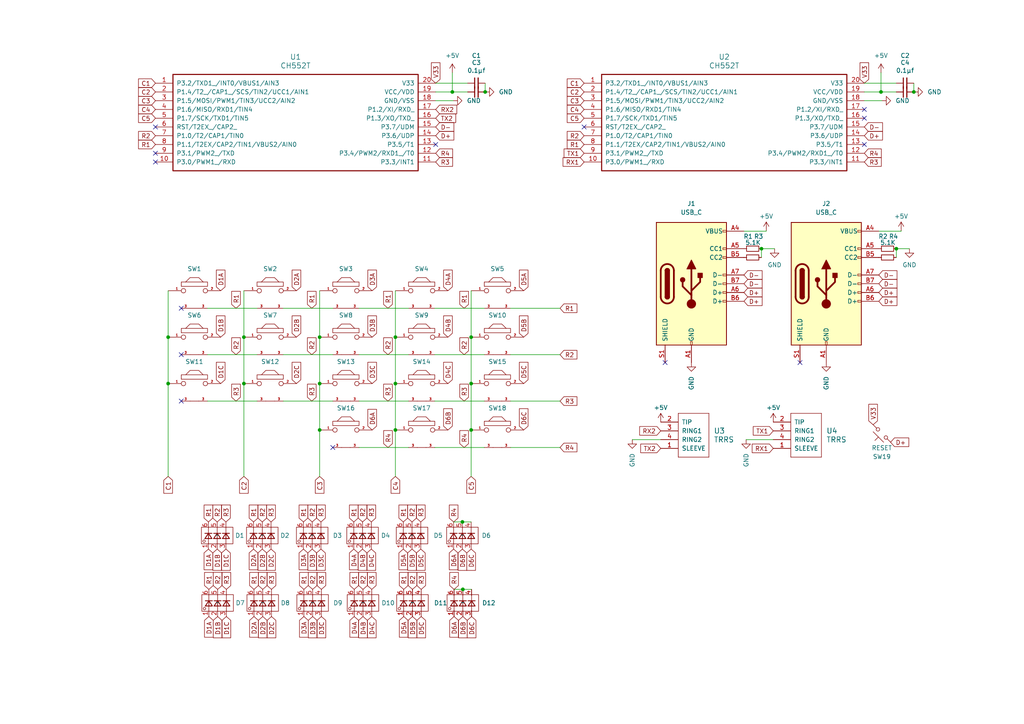
<source format=kicad_sch>
(kicad_sch (version 20230121) (generator eeschema)
  (paper "A4")
  (lib_symbols
    (symbol "Cherry-ML:LBAS16TW1T1G"
      (property "Reference" "D" (at 0 1.016 0))
      (symbol "LBAS16TW1T1G_0_1"
        (rectangle (start -4.572 3.302) (end 4.572 -1.524))
        (circle (center -3.81 -0.762) (radius 0.3592))
        (polyline (pts (xy -3.556 1.524) (xy -1.524 1.524)) (stroke (width 0.254)))
        (polyline (pts (xy -2.54 -1.27) (xy -2.54 3.048)))
        (polyline (pts (xy -2.54 1.524) (xy -2.54 0)))
        (polyline (pts (xy -1.016 1.524) (xy 1.016 1.524)) (stroke (width 0.254)))
        (polyline (pts (xy 0 1.524) (xy 0 0)))
        (polyline (pts (xy 0 3.048) (xy 0 -1.27)))
        (polyline (pts (xy 1.524 1.524) (xy 3.556 1.524)) (stroke (width 0.254)))
        (polyline (pts (xy 2.54 -1.27) (xy 2.54 3.048)))
        (polyline (pts (xy 2.54 1.524) (xy 2.54 0)))
        (polyline (pts (xy -3.556 0) (xy -2.54 1.524) (xy -1.524 0) (xy -3.556 0)) (stroke (width 0.254)))
        (polyline (pts (xy -1.016 0) (xy 0 1.524) (xy 1.016 0) (xy -1.016 0)) (stroke (width 0.254)))
        (polyline (pts (xy 1.524 0) (xy 2.54 1.524) (xy 3.556 0) (xy 1.524 0)) (stroke (width 0.254)))
      )
      (symbol "LBAS16TW1T1G_1_1"
        (pin passive line (at -2.54 -3.048 90) (length 1.778) (name "") (number "1"))
        (pin passive line (at 0 -3.048 90) (length 1.778) (name "") (number "2"))
        (pin passive line (at 2.54 -3.048 90) (length 1.778) (name "") (number "3"))
        (pin passive line (at 2.54 4.826 270) (length 1.778) (name "") (number "4"))
        (pin passive line (at 0 4.826 270) (length 1.778) (name "") (number "5"))
        (pin passive line (at -2.54 4.826 270) (length 1.778) (name "") (number "6"))
      )
    )
    (symbol "Cherry-ML:ML" (pin_names (offset 1.016))
      (property "Reference" "SW" (at 0 5.08 0))
      (symbol "ML_0_1"
        (polyline (pts (xy 1.27 -5.08) (xy -1.27 -5.08)))
        (polyline (pts (xy -2.54 2.54) (xy -1.27 3.81) (xy 1.27 3.81) (xy 2.54 2.54)))
        (polyline (pts (xy -3.81 1.27) (xy 3.81 1.27) (xy 3.81 2.54) (xy -3.81 2.54) (xy -3.81 1.27)))
      )
      (symbol "ML_1_1"
        (pin input inverted (at -7.62 0 0) (length 5.08) (name "~") (number "1"))
        (pin input inverted (at 7.62 0 180) (length 5.08) (name "~") (number "2"))
        (pin input line (at -3.81 -5.08 0) (length 2.54) (name "~") (number "3"))
        (pin input line (at 3.81 -5.08 180) (length 2.54) (name "~") (number "3"))
      )
    )
    (symbol "Connector:USB_C_Receptacle_USB2.0_14P" (pin_names (offset 1.016))
      (property "Reference" "J" (at 0 22.225 0))
      (property "Value" "USB_C_Receptacle_USB2.0_14P" (at 0 19.685 0))
      (symbol "USB_C_Receptacle_USB2.0_14P_0_0"
        (rectangle (start -0.254 -17.78) (end 0.254 -16.764))
        (rectangle (start 10.16 -4.826) (end 9.144 -5.334))
        (rectangle (start 10.16 -2.286) (end 9.144 -2.794))
        (rectangle (start 10.16 0.254) (end 9.144 -0.254))
        (rectangle (start 10.16 2.794) (end 9.144 2.286))
        (rectangle (start 10.16 7.874) (end 9.144 7.366))
        (rectangle (start 10.16 10.414) (end 9.144 9.906))
        (rectangle (start 10.16 15.494) (end 9.144 14.986))
      )
      (symbol "USB_C_Receptacle_USB2.0_14P_0_1"
        (rectangle (start -10.16 17.78) (end 10.16 -17.78) (stroke (width 0.254)) (fill (type background)))
        (arc (start -8.89 -3.81) (mid -6.985 -5.7067) (end -5.08 -3.81) (stroke (width 0.508)))
        (arc (start -7.62 -3.81) (mid -6.985 -4.4423) (end -6.35 -3.81) (stroke (width 0.254)))
        (arc (start -7.62 -3.81) (mid -6.985 -4.4423) (end -6.35 -3.81) (stroke (width 0.254)) (fill (type outline)))
        (rectangle (start -7.62 -3.81) (end -6.35 3.81) (stroke (width 0.254)) (fill (type outline)))
        (arc (start -6.35 3.81) (mid -6.985 4.4423) (end -7.62 3.81) (stroke (width 0.254)))
        (arc (start -6.35 3.81) (mid -6.985 4.4423) (end -7.62 3.81) (stroke (width 0.254)) (fill (type outline)))
        (arc (start -5.08 3.81) (mid -6.985 5.7067) (end -8.89 3.81) (stroke (width 0.508)))
        (circle (center -2.54 1.143) (radius 0.635) (stroke (width 0.254)) (fill (type outline)))
        (circle (center 0 -5.842) (radius 1.27) (fill (type outline)))
        (polyline (pts (xy -8.89 -3.81) (xy -8.89 3.81)) (stroke (width 0.508)))
        (polyline (pts (xy -5.08 3.81) (xy -5.08 -3.81)) (stroke (width 0.508)))
        (polyline (pts (xy 0 -5.842) (xy 0 4.318)) (stroke (width 0.508)))
        (polyline (pts (xy 0 -3.302) (xy -2.54 -0.762) (xy -2.54 0.508)) (stroke (width 0.508)))
        (polyline (pts (xy 0 -2.032) (xy 2.54 0.508) (xy 2.54 1.778)) (stroke (width 0.508)))
        (polyline (pts (xy -1.27 4.318) (xy 0 6.858) (xy 1.27 4.318) (xy -1.27 4.318)) (stroke (width 0.254)) (fill (type outline)))
        (rectangle (start 1.905 1.778) (end 3.175 3.048) (stroke (width 0.254)) (fill (type outline)))
      )
      (symbol "USB_C_Receptacle_USB2.0_14P_1_1"
        (pin passive line (at 0 -22.86 90) (length 5.08) (name "GND") (number "A1"))
        (pin passive line (at 0 -22.86 90) (length 5.08) hide (name "GND") (number "A12"))
        (pin passive line (at 15.24 15.24 180) (length 5.08) (name "VBUS") (number "A4"))
        (pin bidirectional line (at 15.24 10.16 180) (length 5.08) (name "CC1") (number "A5"))
        (pin bidirectional line (at 15.24 -2.54 180) (length 5.08) (name "D+") (number "A6"))
        (pin bidirectional line (at 15.24 2.54 180) (length 5.08) (name "D-") (number "A7"))
        (pin passive line (at 15.24 15.24 180) (length 5.08) hide (name "VBUS") (number "A9"))
        (pin passive line (at 0 -22.86 90) (length 5.08) hide (name "GND") (number "B1"))
        (pin passive line (at 0 -22.86 90) (length 5.08) hide (name "GND") (number "B12"))
        (pin passive line (at 15.24 15.24 180) (length 5.08) hide (name "VBUS") (number "B4"))
        (pin bidirectional line (at 15.24 7.62 180) (length 5.08) (name "CC2") (number "B5"))
        (pin bidirectional line (at 15.24 -5.08 180) (length 5.08) (name "D+") (number "B6"))
        (pin bidirectional line (at 15.24 0 180) (length 5.08) (name "D-") (number "B7"))
        (pin passive line (at 15.24 15.24 180) (length 5.08) hide (name "VBUS") (number "B9"))
        (pin passive line (at -7.62 -22.86 90) (length 5.08) (name "SHIELD") (number "S1"))
      )
    )
    (symbol "Device:C_Small" (pin_numbers hide) (pin_names (offset 0.254) hide)
      (property "Reference" "C" (at 0.254 1.778 0))
      (property "Value" "C_Small" (at 0.254 -2.032 0))
      (symbol "C_Small_0_1"
        (polyline (pts (xy -1.524 -0.508) (xy 1.524 -0.508)) (stroke (width 0.3302)))
        (polyline (pts (xy -1.524 0.508) (xy 1.524 0.508)) (stroke (width 0.3048)))
      )
      (symbol "C_Small_1_1"
        (pin passive line (at 0 2.54 270) (length 2.032) (name "~") (number "1"))
        (pin passive line (at 0 -2.54 90) (length 2.032) (name "~") (number "2"))
      )
    )
    (symbol "Device:R_Small" (pin_numbers hide) (pin_names (offset 0.254) hide)
      (property "Reference" "R" (at 0.762 0.508 0))
      (property "Value" "R_Small" (at 0.762 -1.016 0))
      (symbol "R_Small_0_1"
        (rectangle (start -0.762 1.778) (end 0.762 -1.778) (stroke (width 0.2032)))
      )
      (symbol "R_Small_1_1"
        (pin passive line (at 0 2.54 270) (length 0.762) (name "~") (number "1"))
        (pin passive line (at 0 -2.54 90) (length 0.762) (name "~") (number "2"))
      )
    )
    (symbol "Switch:SW_Push_45deg" (pin_numbers hide) (pin_names (offset 1.016) hide)
      (property "Reference" "SW" (at 3.048 1.016 0))
      (property "Value" "SW_Push_45deg" (at 0 -3.81 0))
      (symbol "SW_Push_45deg_0_1"
        (circle (center -1.1684 1.1684) (radius 0.508))
        (polyline (pts (xy -0.508 2.54) (xy 2.54 -0.508)))
        (polyline (pts (xy 1.016 1.016) (xy 2.032 2.032)))
        (polyline (pts (xy -2.54 2.54) (xy -1.524 1.524) (xy -1.524 1.524)))
        (polyline (pts (xy 1.524 -1.524) (xy 2.54 -2.54) (xy 2.54 -2.54) (xy 2.54 -2.54)))
        (circle (center 1.143 -1.1938) (radius 0.508))
        (pin passive line (at -2.54 2.54 0) (length 0) (name "1") (number "1"))
        (pin passive line (at 2.54 -2.54 180) (length 0) (name "2") (number "2"))
      )
    )
    (symbol "keebio:TRRS" (pin_names (offset 1.016))
      (property "Reference" "U" (at 0 15.24 0))
      (property "Value" "TRRS" (at 0 -2.54 0))
      (symbol "TRRS_0_1"
        (rectangle (start -3.81 0) (end -3.81 12.7))
        (rectangle (start -3.81 12.7) (end 5.08 12.7))
        (rectangle (start 5.08 0) (end -3.81 0))
        (rectangle (start 5.08 12.7) (end 5.08 0))
      )
      (symbol "TRRS_1_1"
        (pin input line (at -8.89 2.54 0) (length 5.08) (name "SLEEVE") (number "1"))
        (pin input line (at -8.89 10.16 0) (length 5.08) (name "TIP") (number "2"))
        (pin input line (at -8.89 7.62 0) (length 5.08) (name "RING1") (number "3"))
        (pin input line (at -8.89 5.08 0) (length 5.08) (name "RING2") (number "4"))
      )
    )
    (symbol "power:+5V" (power) (pin_names (offset 0))
      (property "Value" "+5V" (at 0 3.556 0))
      (symbol "+5V_0_1"
        (polyline (pts (xy -0.762 1.27) (xy 0 2.54)))
        (polyline (pts (xy 0 0) (xy 0 2.54)))
        (polyline (pts (xy 0 2.54) (xy 0.762 1.27)))
      )
      (symbol "+5V_1_1"
        (pin power_in line (at 0 0 90) (length 0) hide (name "+5V") (number "1"))
      )
    )
    (symbol "power:GND" (power) (pin_names (offset 0))
      (property "Value" "GND" (at 0 -3.81 0))
      (symbol "GND_0_1"
        (polyline (pts (xy 0 0) (xy 0 -1.27) (xy 1.27 -1.27) (xy 0 -2.54) (xy -1.27 -1.27) (xy 0 -1.27)))
      )
      (symbol "GND_1_1"
        (pin power_in line (at 0 0 270) (length 0) hide (name "GND") (number "1"))
      )
    )
    (symbol "wch:CH552T" (pin_names (offset 1.016))
      (property "Reference" "U" (at 5.08 6.35 0))
      (property "Value" "CH552T" (at 5.08 3.81 0))
      (symbol "CH552T_1_1"
        (rectangle (start 5.08 2.54) (end 76.2 -25.4) (stroke (width 0.3048)))
        (pin bidirectional line (at 0 0 0) (length 5.08) (name "P3.2/TXD1_/INT0/VBUS1/AIN3") (number "1"))
        (pin bidirectional line (at 0 -22.86 0) (length 5.08) (name "P3.0/PWM1_/RXD") (number "10"))
        (pin bidirectional line (at 81.28 -22.86 180) (length 5.08) (name "P3.3/INT1") (number "11"))
        (pin bidirectional line (at 81.28 -20.32 180) (length 5.08) (name "P3.4/PWM2/RXD1_/T0") (number "12"))
        (pin bidirectional line (at 81.28 -17.78 180) (length 5.08) (name "P3.5/T1") (number "13"))
        (pin bidirectional line (at 81.28 -15.24 180) (length 5.08) (name "P3.6/UDP") (number "14"))
        (pin bidirectional line (at 81.28 -12.7 180) (length 5.08) (name "P3.7/UDM") (number "15"))
        (pin bidirectional line (at 81.28 -10.16 180) (length 5.08) (name "P1.3/XO/TXD_") (number "16"))
        (pin bidirectional line (at 81.28 -7.62 180) (length 5.08) (name "P1.2/XI/RXD_") (number "17"))
        (pin power_in line (at 81.28 -5.08 180) (length 5.08) (name "GND/VSS") (number "18"))
        (pin power_in line (at 81.28 -2.54 180) (length 5.08) (name "VCC/VDD") (number "19"))
        (pin bidirectional line (at 0 -2.54 0) (length 5.08) (name "P1.4/T2_/CAP1_/SCS/TIN2/UCC1/AIN1") (number "2"))
        (pin power_in line (at 81.28 0 180) (length 5.08) (name "V33") (number "20"))
        (pin bidirectional line (at 0 -5.08 0) (length 5.08) (name "P1.5/MOSI/PWM1/TIN3/UCC2/AIN2") (number "3"))
        (pin bidirectional line (at 0 -7.62 0) (length 5.08) (name "P1.6/MISO/RXD1/TIN4") (number "4"))
        (pin bidirectional line (at 0 -10.16 0) (length 5.08) (name "P1.7/SCK/TXD1/TIN5") (number "5"))
        (pin bidirectional line (at 0 -12.7 0) (length 5.08) (name "RST/T2EX_/CAP2_") (number "6"))
        (pin bidirectional line (at 0 -15.24 0) (length 5.08) (name "P1.0/T2/CAP1/TIN0") (number "7"))
        (pin bidirectional line (at 0 -17.78 0) (length 5.08) (name "P1.1/T2EX/CAP2/TIN1/VBUS2/AIN0") (number "8"))
        (pin bidirectional line (at 0 -20.32 0) (length 5.08) (name "P3.1/PWM2_/TXD") (number "9"))
      )
    )
  )
  (junction (at 114.681 97.79))
  (junction (at 134.239 170.942))
  (junction (at 259.969 72.136))
  (junction (at 70.739 97.79))
  (junction (at 48.768 111.252))
  (junction (at 114.681 111.252))
  (junction (at 131.191 26.67))
  (junction (at 136.652 111.252))
  (junction (at 92.71 124.714))
  (junction (at 136.652 97.79))
  (junction (at 134.112 151.384))
  (junction (at 114.681 124.714))
  (junction (at 92.71 97.79))
  (junction (at 220.853 72.136))
  (junction (at 136.652 124.714))
  (junction (at 140.716 26.67))
  (junction (at 265.049 26.67))
  (junction (at 255.524 26.67))
  (junction (at 48.768 97.79))
  (junction (at 92.71 111.252))
  (junction (at 70.739 111.252))
  (no_connect (at 232.029 105.156))
  (no_connect (at 250.698 41.91))
  (no_connect (at 52.578 116.332))
  (no_connect (at 96.52 129.794))
  (no_connect (at 126.365 41.91))
  (no_connect (at 45.085 44.45))
  (no_connect (at 52.578 89.408))
  (no_connect (at 250.698 31.75))
  (no_connect (at 52.578 102.87))
  (no_connect (at 45.085 36.83))
  (no_connect (at 192.913 105.156))
  (no_connect (at 45.085 46.99))
  (no_connect (at 250.698 34.29))
  (no_connect (at 169.418 36.83))
  (wire (pts (xy 60.198 89.408) (xy 74.549 89.408)))
  (wire (pts (xy 131.445 29.21) (xy 126.365 29.21)))
  (wire (pts (xy 259.969 72.136) (xy 259.969 74.676)))
  (wire (pts (xy 224.663 72.136) (xy 220.853 72.136)))
  (wire (pts (xy 104.14 129.794) (xy 118.491 129.794)))
  (wire (pts (xy 70.739 84.328) (xy 70.739 97.79)))
  (wire (pts (xy 220.853 72.136) (xy 220.853 74.676)))
  (wire (pts (xy 131.191 21.082) (xy 131.191 26.67)))
  (wire (pts (xy 126.111 116.332) (xy 140.462 116.332)))
  (wire (pts (xy 134.112 151.384) (xy 136.652 151.384)))
  (wire (pts (xy 60.198 116.332) (xy 74.549 116.332)))
  (wire (pts (xy 216.408 127.508) (xy 224.282 127.508)))
  (wire (pts (xy 92.71 111.252) (xy 92.71 124.714)))
  (wire (pts (xy 82.169 102.87) (xy 96.52 102.87)))
  (wire (pts (xy 136.652 84.328) (xy 136.652 97.79)))
  (wire (pts (xy 114.681 84.328) (xy 114.681 97.79)))
  (wire (pts (xy 126.111 89.408) (xy 140.462 89.408)))
  (wire (pts (xy 265.049 24.13) (xy 265.049 26.67)))
  (wire (pts (xy 70.739 97.79) (xy 70.739 111.252)))
  (wire (pts (xy 222.25 67.056) (xy 215.773 67.056)))
  (wire (pts (xy 60.198 102.87) (xy 74.549 102.87)))
  (wire (pts (xy 259.969 24.13) (xy 250.698 24.13)))
  (wire (pts (xy 92.71 97.79) (xy 92.71 111.252)))
  (wire (pts (xy 92.71 124.714) (xy 92.71 138.176)))
  (wire (pts (xy 148.082 102.87) (xy 162.433 102.87)))
  (wire (pts (xy 48.768 84.328) (xy 48.768 97.79)))
  (wire (pts (xy 131.191 26.67) (xy 126.365 26.67)))
  (wire (pts (xy 82.169 89.408) (xy 96.52 89.408)))
  (wire (pts (xy 183.388 127.508) (xy 191.643 127.508)))
  (wire (pts (xy 82.169 116.332) (xy 96.52 116.332)))
  (wire (pts (xy 104.14 102.87) (xy 118.491 102.87)))
  (wire (pts (xy 114.681 97.79) (xy 114.681 111.252)))
  (wire (pts (xy 263.779 72.136) (xy 259.969 72.136)))
  (wire (pts (xy 114.681 124.714) (xy 114.681 138.176)))
  (wire (pts (xy 136.652 97.79) (xy 136.652 111.252)))
  (wire (pts (xy 255.524 21.082) (xy 255.524 26.67)))
  (wire (pts (xy 261.366 67.056) (xy 254.889 67.056)))
  (wire (pts (xy 48.768 97.79) (xy 48.768 111.252)))
  (wire (pts (xy 148.082 89.408) (xy 162.433 89.408)))
  (wire (pts (xy 259.969 26.67) (xy 255.524 26.67)))
  (wire (pts (xy 148.082 129.794) (xy 162.433 129.794)))
  (wire (pts (xy 136.652 111.252) (xy 136.652 124.714)))
  (wire (pts (xy 135.636 24.13) (xy 126.365 24.13)))
  (wire (pts (xy 126.111 102.87) (xy 140.462 102.87)))
  (wire (pts (xy 131.572 151.384) (xy 134.112 151.384)))
  (wire (pts (xy 104.14 116.332) (xy 118.491 116.332)))
  (wire (pts (xy 92.71 84.328) (xy 92.71 97.79)))
  (wire (pts (xy 131.699 170.942) (xy 134.239 170.942)))
  (wire (pts (xy 140.716 24.13) (xy 140.716 26.67)))
  (wire (pts (xy 48.768 111.252) (xy 48.768 138.176)))
  (wire (pts (xy 114.681 111.252) (xy 114.681 124.714)))
  (wire (pts (xy 136.652 124.714) (xy 136.652 138.176)))
  (wire (pts (xy 134.239 170.942) (xy 136.779 170.942)))
  (wire (pts (xy 261.366 66.929) (xy 261.366 67.056)))
  (wire (pts (xy 255.778 29.21) (xy 250.698 29.21)))
  (wire (pts (xy 135.636 26.67) (xy 131.191 26.67)))
  (wire (pts (xy 148.082 116.332) (xy 162.433 116.332)))
  (wire (pts (xy 255.524 26.67) (xy 250.698 26.67)))
  (wire (pts (xy 222.25 66.929) (xy 222.25 67.056)))
  (wire (pts (xy 104.14 89.408) (xy 118.491 89.408)))
  (wire (pts (xy 126.111 129.794) (xy 140.462 129.794)))
  (wire (pts (xy 70.739 111.252) (xy 70.739 138.176)))
  (global_label "R1" (shape input) (at 45.085 41.91 180) (property "Intersheetrefs" "${INTERSHEET_REFS}" (effects hide)))
  (global_label "R1" (shape input) (at 88.138 170.942 90) (property "Intersheetrefs" "${INTERSHEET_REFS}" (effects hide)))
  (global_label "D+" (shape input) (at 215.773 84.836 0) (property "Intersheetrefs" "${INTERSHEET_REFS}" (effects hide)))
  (global_label "D4B" (shape input) (at 129.921 97.79 90) (property "Intersheetrefs" "${INTERSHEET_REFS}" (effects hide)))
  (global_label "D4A" (shape input) (at 102.616 159.258 270) (property "Intersheetrefs" "${INTERSHEET_REFS}" (effects hide)))
  (global_label "D3A" (shape input) (at 107.95 84.328 90) (property "Intersheetrefs" "${INTERSHEET_REFS}" (effects hide)))
  (global_label "D1B" (shape input) (at 63.119 178.816 270) (property "Intersheetrefs" "${INTERSHEET_REFS}" (effects hide)))
  (global_label "D2A" (shape input) (at 73.66 178.816 270) (property "Intersheetrefs" "${INTERSHEET_REFS}" (effects hide)))
  (global_label "V33" (shape input) (at 253.238 123.19 90) (property "Intersheetrefs" "${INTERSHEET_REFS}" (effects hide)))
  (global_label "D4A" (shape input) (at 129.921 84.328 90) (property "Intersheetrefs" "${INTERSHEET_REFS}" (effects hide)))
  (global_label "R2" (shape input) (at 112.522 102.87 90) (property "Intersheetrefs" "${INTERSHEET_REFS}" (effects hide)))
  (global_label "D-" (shape input) (at 126.365 36.83 0) (property "Intersheetrefs" "${INTERSHEET_REFS}" (effects hide)))
  (global_label "D1B" (shape input) (at 62.992 159.258 270) (property "Intersheetrefs" "${INTERSHEET_REFS}" (effects hide)))
  (global_label "R1" (shape input) (at 116.967 151.384 90) (property "Intersheetrefs" "${INTERSHEET_REFS}" (effects hide)))
  (global_label "R4" (shape input) (at 250.698 44.45 0) (property "Intersheetrefs" "${INTERSHEET_REFS}" (effects hide)))
  (global_label "D6B" (shape input) (at 134.239 178.816 270) (property "Intersheetrefs" "${INTERSHEET_REFS}" (effects hide)))
  (global_label "R3" (shape input) (at 93.218 170.942 90) (property "Intersheetrefs" "${INTERSHEET_REFS}" (effects hide)))
  (global_label "R2" (shape input) (at 90.551 151.384 90) (property "Intersheetrefs" "${INTERSHEET_REFS}" (effects hide)))
  (global_label "R1" (shape input) (at 73.533 151.384 90) (property "Intersheetrefs" "${INTERSHEET_REFS}" (effects hide)))
  (global_label "D+" (shape input) (at 254.889 87.376 0) (property "Intersheetrefs" "${INTERSHEET_REFS}" (effects hide)))
  (global_label "D2C" (shape input) (at 85.979 111.252 90) (property "Intersheetrefs" "${INTERSHEET_REFS}" (effects hide)))
  (global_label "C1" (shape input) (at 169.418 24.13 180) (property "Intersheetrefs" "${INTERSHEET_REFS}" (effects hide)))
  (global_label "D5B" (shape input) (at 151.892 97.79 90) (property "Intersheetrefs" "${INTERSHEET_REFS}" (effects hide)))
  (global_label "R2" (shape input) (at 162.433 102.87 0) (property "Intersheetrefs" "${INTERSHEET_REFS}" (effects hide)))
  (global_label "D3A" (shape input) (at 88.138 178.816 270) (property "Intersheetrefs" "${INTERSHEET_REFS}" (effects hide)))
  (global_label "D4C" (shape input) (at 107.696 159.258 270) (property "Intersheetrefs" "${INTERSHEET_REFS}" (effects hide)))
  (global_label "R3" (shape input) (at 68.453 116.332 90) (property "Intersheetrefs" "${INTERSHEET_REFS}" (effects hide)))
  (global_label "D-" (shape input) (at 250.698 36.83 0) (property "Intersheetrefs" "${INTERSHEET_REFS}" (effects hide)))
  (global_label "R1" (shape input) (at 169.418 41.91 180) (property "Intersheetrefs" "${INTERSHEET_REFS}" (effects hide)))
  (global_label "RX2" (shape input) (at 191.643 124.968 180) (property "Intersheetrefs" "${INTERSHEET_REFS}" (effects hide)))
  (global_label "R3" (shape input) (at 250.698 46.99 0) (property "Intersheetrefs" "${INTERSHEET_REFS}" (effects hide)))
  (global_label "R3" (shape input) (at 90.424 116.332 90) (property "Intersheetrefs" "${INTERSHEET_REFS}" (effects hide)))
  (global_label "R3" (shape input) (at 78.74 170.942 90) (property "Intersheetrefs" "${INTERSHEET_REFS}" (effects hide)))
  (global_label "R3" (shape input) (at 78.613 151.384 90) (property "Intersheetrefs" "${INTERSHEET_REFS}" (effects hide)))
  (global_label "D3C" (shape input) (at 93.091 159.258 270) (property "Intersheetrefs" "${INTERSHEET_REFS}" (effects hide)))
  (global_label "D4B" (shape input) (at 105.283 178.816 270) (property "Intersheetrefs" "${INTERSHEET_REFS}" (effects hide)))
  (global_label "C3" (shape input) (at 45.085 29.21 180) (property "Intersheetrefs" "${INTERSHEET_REFS}" (effects hide)))
  (global_label "R2" (shape input) (at 45.085 39.37 180) (property "Intersheetrefs" "${INTERSHEET_REFS}" (effects hide)))
  (global_label "C2" (shape input) (at 45.085 26.67 180) (property "Intersheetrefs" "${INTERSHEET_REFS}" (effects hide)))
  (global_label "TX2" (shape input) (at 191.643 130.048 180) (property "Intersheetrefs" "${INTERSHEET_REFS}" (effects hide)))
  (global_label "D-" (shape input) (at 254.889 82.296 0) (property "Intersheetrefs" "${INTERSHEET_REFS}" (effects hide)))
  (global_label "D6A" (shape input) (at 131.572 159.258 270) (property "Intersheetrefs" "${INTERSHEET_REFS}" (effects hide)))
  (global_label "R3" (shape input) (at 126.365 46.99 0) (property "Intersheetrefs" "${INTERSHEET_REFS}" (effects hide)))
  (global_label "D4B" (shape input) (at 105.156 159.258 270) (property "Intersheetrefs" "${INTERSHEET_REFS}" (effects hide)))
  (global_label "D1A" (shape input) (at 60.452 159.258 270) (property "Intersheetrefs" "${INTERSHEET_REFS}" (effects hide)))
  (global_label "C5" (shape input) (at 45.085 34.29 180) (property "Intersheetrefs" "${INTERSHEET_REFS}" (effects hide)))
  (global_label "R3" (shape input) (at 122.174 170.942 90) (property "Intersheetrefs" "${INTERSHEET_REFS}" (effects hide)))
  (global_label "R1" (shape input) (at 60.579 170.942 90) (property "Intersheetrefs" "${INTERSHEET_REFS}" (effects hide)))
  (global_label "D2C" (shape input) (at 78.74 178.816 270) (property "Intersheetrefs" "${INTERSHEET_REFS}" (effects hide)))
  (global_label "D2C" (shape input) (at 78.613 159.258 270) (property "Intersheetrefs" "${INTERSHEET_REFS}" (effects hide)))
  (global_label "C4" (shape input) (at 114.681 138.176 270) (property "Intersheetrefs" "${INTERSHEET_REFS}" (effects hide)))
  (global_label "D6A" (shape input) (at 107.95 124.714 90) (property "Intersheetrefs" "${INTERSHEET_REFS}" (effects hide)))
  (global_label "D4C" (shape input) (at 107.823 178.816 270) (property "Intersheetrefs" "${INTERSHEET_REFS}" (effects hide)))
  (global_label "D-" (shape input) (at 254.889 79.756 0) (property "Intersheetrefs" "${INTERSHEET_REFS}" (effects hide)))
  (global_label "C3" (shape input) (at 92.71 138.176 270) (property "Intersheetrefs" "${INTERSHEET_REFS}" (effects hide)))
  (global_label "R2" (shape input) (at 68.453 102.87 90) (property "Intersheetrefs" "${INTERSHEET_REFS}" (effects hide)))
  (global_label "R3" (shape input) (at 134.62 116.332 90) (property "Intersheetrefs" "${INTERSHEET_REFS}" (effects hide)))
  (global_label "D+" (shape input) (at 250.698 39.37 0) (property "Intersheetrefs" "${INTERSHEET_REFS}" (effects hide)))
  (global_label "R2" (shape input) (at 63.119 170.942 90) (property "Intersheetrefs" "${INTERSHEET_REFS}" (effects hide)))
  (global_label "D3A" (shape input) (at 88.011 159.258 270) (property "Intersheetrefs" "${INTERSHEET_REFS}" (effects hide)))
  (global_label "R2" (shape input) (at 62.992 151.384 90) (property "Intersheetrefs" "${INTERSHEET_REFS}" (effects hide)))
  (global_label "D5A" (shape input) (at 117.094 178.816 270) (property "Intersheetrefs" "${INTERSHEET_REFS}" (effects hide)))
  (global_label "R4" (shape input) (at 162.433 129.794 0) (property "Intersheetrefs" "${INTERSHEET_REFS}" (effects hide)))
  (global_label "R1" (shape input) (at 102.616 151.384 90) (property "Intersheetrefs" "${INTERSHEET_REFS}" (effects hide)))
  (global_label "D6C" (shape input) (at 136.779 178.816 270) (property "Intersheetrefs" "${INTERSHEET_REFS}" (effects hide)))
  (global_label "R1" (shape input) (at 60.452 151.384 90) (property "Intersheetrefs" "${INTERSHEET_REFS}" (effects hide)))
  (global_label "C5" (shape input) (at 169.418 34.29 180) (property "Intersheetrefs" "${INTERSHEET_REFS}" (effects hide)))
  (global_label "C4" (shape input) (at 169.418 31.75 180) (property "Intersheetrefs" "${INTERSHEET_REFS}" (effects hide)))
  (global_label "D6B" (shape input) (at 134.112 159.258 270) (property "Intersheetrefs" "${INTERSHEET_REFS}" (effects hide)))
  (global_label "R2" (shape input) (at 169.418 39.37 180) (property "Intersheetrefs" "${INTERSHEET_REFS}" (effects hide)))
  (global_label "D+" (shape input) (at 254.889 84.836 0) (property "Intersheetrefs" "${INTERSHEET_REFS}" (effects hide)))
  (global_label "D1A" (shape input) (at 60.579 178.816 270) (property "Intersheetrefs" "${INTERSHEET_REFS}" (effects hide)))
  (global_label "D+" (shape input) (at 258.318 128.27 0) (property "Intersheetrefs" "${INTERSHEET_REFS}" (effects hide)))
  (global_label "D5C" (shape input) (at 122.047 159.258 270) (property "Intersheetrefs" "${INTERSHEET_REFS}" (effects hide)))
  (global_label "R1" (shape input) (at 102.743 170.942 90) (property "Intersheetrefs" "${INTERSHEET_REFS}" (effects hide)))
  (global_label "D1B" (shape input) (at 64.008 97.79 90) (property "Intersheetrefs" "${INTERSHEET_REFS}" (effects hide)))
  (global_label "R2" (shape input) (at 90.424 102.87 90) (property "Intersheetrefs" "${INTERSHEET_REFS}" (effects hide)))
  (global_label "D4C" (shape input) (at 129.921 111.252 90) (property "Intersheetrefs" "${INTERSHEET_REFS}" (effects hide)))
  (global_label "C1" (shape input) (at 45.085 24.13 180) (property "Intersheetrefs" "${INTERSHEET_REFS}" (effects hide)))
  (global_label "C4" (shape input) (at 45.085 31.75 180) (property "Intersheetrefs" "${INTERSHEET_REFS}" (effects hide)))
  (global_label "D3C" (shape input) (at 93.218 178.816 270) (property "Intersheetrefs" "${INTERSHEET_REFS}" (effects hide)))
  (global_label "D3C" (shape input) (at 107.95 111.252 90) (property "Intersheetrefs" "${INTERSHEET_REFS}" (effects hide)))
  (global_label "RX2" (shape input) (at 126.365 31.75 0) (property "Intersheetrefs" "${INTERSHEET_REFS}" (effects hide)))
  (global_label "D2A" (shape input) (at 85.979 84.328 90) (property "Intersheetrefs" "${INTERSHEET_REFS}" (effects hide)))
  (global_label "D5A" (shape input) (at 116.967 159.258 270) (property "Intersheetrefs" "${INTERSHEET_REFS}" (effects hide)))
  (global_label "RX1" (shape input) (at 224.282 130.048 180) (property "Intersheetrefs" "${INTERSHEET_REFS}" (effects hide)))
  (global_label "D2B" (shape input) (at 85.979 97.79 90) (property "Intersheetrefs" "${INTERSHEET_REFS}" (effects hide)))
  (global_label "R1" (shape input) (at 117.094 170.942 90) (property "Intersheetrefs" "${INTERSHEET_REFS}" (effects hide)))
  (global_label "D1C" (shape input) (at 65.659 178.816 270) (property "Intersheetrefs" "${INTERSHEET_REFS}" (effects hide)))
  (global_label "R2" (shape input) (at 76.073 151.384 90) (property "Intersheetrefs" "${INTERSHEET_REFS}" (effects hide)))
  (global_label "C2" (shape input) (at 169.418 26.67 180) (property "Intersheetrefs" "${INTERSHEET_REFS}" (effects hide)))
  (global_label "C1" (shape input) (at 48.768 138.176 270) (property "Intersheetrefs" "${INTERSHEET_REFS}" (effects hide)))
  (global_label "D4A" (shape input) (at 102.743 178.816 270) (property "Intersheetrefs" "${INTERSHEET_REFS}" (effects hide)))
  (global_label "R2" (shape input) (at 76.2 170.942 90) (property "Intersheetrefs" "${INTERSHEET_REFS}" (effects hide)))
  (global_label "D3B" (shape input) (at 90.551 159.258 270) (property "Intersheetrefs" "${INTERSHEET_REFS}" (effects hide)))
  (global_label "V33" (shape input) (at 250.698 24.13 90) (property "Intersheetrefs" "${INTERSHEET_REFS}" (effects hide)))
  (global_label "R4" (shape input) (at 134.62 129.794 90) (property "Intersheetrefs" "${INTERSHEET_REFS}" (effects hide)))
  (global_label "R2" (shape input) (at 90.678 170.942 90) (property "Intersheetrefs" "${INTERSHEET_REFS}" (effects hide)))
  (global_label "D5B" (shape input) (at 119.634 178.816 270) (property "Intersheetrefs" "${INTERSHEET_REFS}" (effects hide)))
  (global_label "R1" (shape input) (at 73.66 170.942 90) (property "Intersheetrefs" "${INTERSHEET_REFS}" (effects hide)))
  (global_label "D3B" (shape input) (at 90.678 178.816 270) (property "Intersheetrefs" "${INTERSHEET_REFS}" (effects hide)))
  (global_label "D+" (shape input) (at 126.365 39.37 0) (property "Intersheetrefs" "${INTERSHEET_REFS}" (effects hide)))
  (global_label "R3" (shape input) (at 112.522 116.332 90) (property "Intersheetrefs" "${INTERSHEET_REFS}" (effects hide)))
  (global_label "TX2" (shape input) (at 126.365 34.29 0) (property "Intersheetrefs" "${INTERSHEET_REFS}" (effects hide)))
  (global_label "D6B" (shape input) (at 129.921 124.714 90) (property "Intersheetrefs" "${INTERSHEET_REFS}" (effects hide)))
  (global_label "R3" (shape input) (at 122.047 151.384 90) (property "Intersheetrefs" "${INTERSHEET_REFS}" (effects hide)))
  (global_label "RX1" (shape input) (at 169.418 46.99 180) (property "Intersheetrefs" "${INTERSHEET_REFS}" (effects hide)))
  (global_label "C5" (shape input) (at 136.652 138.176 270) (property "Intersheetrefs" "${INTERSHEET_REFS}" (effects hide)))
  (global_label "D6C" (shape input) (at 136.652 159.258 270) (property "Intersheetrefs" "${INTERSHEET_REFS}" (effects hide)))
  (global_label "D5C" (shape input) (at 122.174 178.816 270) (property "Intersheetrefs" "${INTERSHEET_REFS}" (effects hide)))
  (global_label "D1C" (shape input) (at 65.532 159.258 270) (property "Intersheetrefs" "${INTERSHEET_REFS}" (effects hide)))
  (global_label "D-" (shape input) (at 215.773 79.756 0) (property "Intersheetrefs" "${INTERSHEET_REFS}" (effects hide)))
  (global_label "D1A" (shape input) (at 64.008 84.328 90) (property "Intersheetrefs" "${INTERSHEET_REFS}" (effects hide)))
  (global_label "R4" (shape input) (at 131.699 170.942 90) (property "Intersheetrefs" "${INTERSHEET_REFS}" (effects hide)))
  (global_label "D-" (shape input) (at 215.773 82.296 0) (property "Intersheetrefs" "${INTERSHEET_REFS}" (effects hide)))
  (global_label "D2B" (shape input) (at 76.2 178.816 270) (property "Intersheetrefs" "${INTERSHEET_REFS}" (effects hide)))
  (global_label "R3" (shape input) (at 65.532 151.384 90) (property "Intersheetrefs" "${INTERSHEET_REFS}" (effects hide)))
  (global_label "V33" (shape input) (at 126.365 24.13 90) (property "Intersheetrefs" "${INTERSHEET_REFS}" (effects hide)))
  (global_label "D2A" (shape input) (at 73.533 159.258 270) (property "Intersheetrefs" "${INTERSHEET_REFS}" (effects hide)))
  (global_label "R2" (shape input) (at 119.634 170.942 90) (property "Intersheetrefs" "${INTERSHEET_REFS}" (effects hide)))
  (global_label "R4" (shape input) (at 126.365 44.45 0) (property "Intersheetrefs" "${INTERSHEET_REFS}" (effects hide)))
  (global_label "D3B" (shape input) (at 107.95 97.79 90) (property "Intersheetrefs" "${INTERSHEET_REFS}" (effects hide)))
  (global_label "D5C" (shape input) (at 151.892 111.252 90) (property "Intersheetrefs" "${INTERSHEET_REFS}" (effects hide)))
  (global_label "R1" (shape input) (at 90.424 89.408 90) (property "Intersheetrefs" "${INTERSHEET_REFS}" (effects hide)))
  (global_label "D1C" (shape input) (at 64.008 111.252 90) (property "Intersheetrefs" "${INTERSHEET_REFS}" (effects hide)))
  (global_label "R1" (shape input) (at 68.453 89.408 90) (property "Intersheetrefs" "${INTERSHEET_REFS}" (effects hide)))
  (global_label "D5A" (shape input) (at 151.892 84.328 90) (property "Intersheetrefs" "${INTERSHEET_REFS}" (effects hide)))
  (global_label "R1" (shape input) (at 162.433 89.408 0) (property "Intersheetrefs" "${INTERSHEET_REFS}" (effects hide)))
  (global_label "R1" (shape input) (at 134.62 89.408 90) (property "Intersheetrefs" "${INTERSHEET_REFS}" (effects hide)))
  (global_label "R3" (shape input) (at 107.823 170.942 90) (property "Intersheetrefs" "${INTERSHEET_REFS}" (effects hide)))
  (global_label "C3" (shape input) (at 169.418 29.21 180) (property "Intersheetrefs" "${INTERSHEET_REFS}" (effects hide)))
  (global_label "D+" (shape input) (at 215.773 87.376 0) (property "Intersheetrefs" "${INTERSHEET_REFS}" (effects hide)))
  (global_label "TX1" (shape input) (at 169.418 44.45 180) (property "Intersheetrefs" "${INTERSHEET_REFS}" (effects hide)))
  (global_label "R1" (shape input) (at 88.011 151.384 90) (property "Intersheetrefs" "${INTERSHEET_REFS}" (effects hide)))
  (global_label "R4" (shape input) (at 112.5412 129.794 90) (property "Intersheetrefs" "${INTERSHEET_REFS}" (effects hide)))
  (global_label "R3" (shape input) (at 107.696 151.384 90) (property "Intersheetrefs" "${INTERSHEET_REFS}" (effects hide)))
  (global_label "R2" (shape input) (at 119.507 151.384 90) (property "Intersheetrefs" "${INTERSHEET_REFS}" (effects hide)))
  (global_label "R3" (shape input) (at 93.091 151.384 90) (property "Intersheetrefs" "${INTERSHEET_REFS}" (effects hide)))
  (global_label "C2" (shape input) (at 70.739 138.176 270) (property "Intersheetrefs" "${INTERSHEET_REFS}" (effects hide)))
  (global_label "R4" (shape input) (at 131.572 151.384 90) (property "Intersheetrefs" "${INTERSHEET_REFS}" (effects hide)))
  (global_label "D2B" (shape input) (at 76.073 159.258 270) (property "Intersheetrefs" "${INTERSHEET_REFS}" (effects hide)))
  (global_label "TX1" (shape input) (at 224.282 124.968 180) (property "Intersheetrefs" "${INTERSHEET_REFS}" (effects hide)))
  (global_label "R1" (shape input) (at 112.522 89.408 90) (property "Intersheetrefs" "${INTERSHEET_REFS}" (effects hide)))
  (global_label "D5B" (shape input) (at 119.507 159.258 270) (property "Intersheetrefs" "${INTERSHEET_REFS}" (effects hide)))
  (global_label "R3" (shape input) (at 65.659 170.942 90) (property "Intersheetrefs" "${INTERSHEET_REFS}" (effects hide)))
  (global_label "R2" (shape input) (at 105.156 151.384 90) (property "Intersheetrefs" "${INTERSHEET_REFS}" (effects hide)))
  (global_label "D6A" (shape input) (at 131.699 178.816 270) (property "Intersheetrefs" "${INTERSHEET_REFS}" (effects hide)))
  (global_label "R2" (shape input) (at 105.283 170.942 90) (property "Intersheetrefs" "${INTERSHEET_REFS}" (effects hide)))
  (global_label "D6C" (shape input) (at 151.892 124.714 90) (property "Intersheetrefs" "${INTERSHEET_REFS}" (effects hide)))
  (global_label "R2" (shape input) (at 134.62 102.87 90) (property "Intersheetrefs" "${INTERSHEET_REFS}" (effects hide)))
  (global_label "R3" (shape input) (at 162.433 116.332 0) (property "Intersheetrefs" "${INTERSHEET_REFS}" (effects hide)))
  (symbol (lib_id "Cherry-ML:ML") (at 144.272 111.252 0) (unit 1)
    (property "Reference" "SW15" (at 144.272 104.902 0))
    (property "Value" "ML" (effects hide))
    (property "Footprint" "Cherry_ML:BothMasks_NoSilk_SW_Cherry_ML_1u_Centred" (effects hide))
  )
  (symbol (lib_id "Cherry-ML:LBAS16TW1T1G") (at 119.634 175.768 0) (unit 1)
    (property "Reference" "D11" (at 125.857 174.879 0) (effects (justify left)))
    (property "Value" "~" (at 119.634 174.752 0))
    (property "Footprint" "Keebio-Parts:SOT-363_SC-70-6" (effects hide))
  )
  (symbol (lib_id "Cherry-ML:LBAS16TW1T1G") (at 90.551 156.21 0) (unit 1)
    (property "Reference" "D3" (at 96.52 155.321 0) (effects (justify left)))
    (property "Value" "~" (at 90.551 155.194 0))
    (property "Footprint" "Keebio-Parts:SOT-363_SC-70-6" (effects hide))
  )
  (symbol (lib_id "keebio:TRRS") (at 233.172 132.588 0) (unit 1)
    (property "Reference" "U4" (at 239.649 124.968 0) (effects (font (size 1.524 1.524)) (justify left)))
    (property "Value" "TRRS" (at 239.649 127.508 0) (effects (font (size 1.524 1.524)) (justify left)))
    (property "Footprint" "Keebio-Parts:TRRS-PJ-320A-no-Fmask" (effects hide))
  )
  (symbol (lib_id "power:GND") (at 200.533 105.156 0) (unit 1)
    (property "Reference" "#PWR011" (effects hide))
    (property "Value" "GND" (at 200.533 109.093 90) (effects (justify right)))
  )
  (symbol (lib_id "Cherry-ML:LBAS16TW1T1G") (at 76.2 175.768 0) (unit 1)
    (property "Reference" "D8" (at 81.407 174.879 0) (effects (justify left)))
    (property "Value" "~" (at 76.2 174.752 0))
    (property "Footprint" "Keebio-Parts:SOT-363_SC-70-6" (effects hide))
  )
  (symbol (lib_id "power:+5V") (at 255.524 21.082 0) (unit 1)
    (property "Reference" "#PWR02" (effects hide))
    (property "Value" "+5V" (at 255.524 16.129 0))
  )
  (symbol (lib_id "power:+5V") (at 224.282 122.428 0) (unit 1)
    (property "Reference" "#PWR014" (effects hide))
    (property "Value" "+5V" (at 224.282 118.237 0))
  )
  (symbol (lib_id "power:GND") (at 263.779 72.136 0) (unit 1)
    (property "Reference" "#PWR010" (effects hide))
    (property "Value" "GND" (at 263.779 76.835 0))
  )
  (symbol (lib_id "Cherry-ML:LBAS16TW1T1G") (at 119.507 156.21 0) (unit 1)
    (property "Reference" "D5" (at 125.73 155.321 0) (effects (justify left)))
    (property "Value" "~" (at 119.507 155.194 0))
    (property "Footprint" "Keebio-Parts:SOT-363_SC-70-6" (effects hide))
  )
  (symbol (lib_id "Device:C_Small") (at 138.176 24.13 90) (unit 1)
    (property "Reference" "C1" (at 138.176 16.129 90))
    (property "Value" "0.1µf" (at 138.1823 20.447 90))
    (property "Footprint" "Keebio-Parts:C_0603" (effects hide))
  )
  (symbol (lib_id "Cherry-ML:ML") (at 144.272 124.714 0) (unit 1)
    (property "Reference" "SW18" (at 144.272 118.364 0))
    (property "Value" "ML" (effects hide))
    (property "Footprint" "Cherry_ML:BothMasks_NoSilk_SW_Cherry_ML_1u_Centred" (effects hide))
  )
  (symbol (lib_id "Cherry-ML:ML") (at 56.388 111.252 0) (unit 1)
    (property "Reference" "SW11" (at 56.388 104.902 0))
    (property "Value" "ML" (effects hide))
    (property "Footprint" "Cherry_ML:BothMasks_NoSilk_SW_Cherry_ML_1u_Centred" (effects hide))
  )
  (symbol (lib_id "power:+5V") (at 261.366 66.929 0) (unit 1)
    (property "Reference" "#PWR08" (effects hide))
    (property "Value" "+5V" (at 261.366 62.738 0))
  )
  (symbol (lib_id "power:+5V") (at 191.643 122.428 0) (unit 1)
    (property "Reference" "#PWR013" (effects hide))
    (property "Value" "+5V" (at 191.643 118.237 0))
  )
  (symbol (lib_id "Cherry-ML:ML") (at 78.359 111.252 0) (unit 1)
    (property "Reference" "SW12" (at 78.359 104.902 0))
    (property "Value" "ML" (effects hide))
    (property "Footprint" "Cherry_ML:BothMasks_NoSilk_SW_Cherry_ML_1u_Centred" (effects hide))
  )
  (symbol (lib_id "Cherry-ML:ML") (at 100.33 111.252 0) (unit 1)
    (property "Reference" "SW13" (at 100.33 104.902 0))
    (property "Value" "ML" (effects hide))
    (property "Footprint" "Cherry_ML:BothMasks_NoSilk_SW_Cherry_ML_1u_Centred" (effects hide))
  )
  (symbol (lib_id "keebio:TRRS") (at 200.533 132.588 0) (unit 1)
    (property "Reference" "U3" (at 207.01 124.968 0) (effects (font (size 1.524 1.524)) (justify left)))
    (property "Value" "TRRS" (at 207.01 127.508 0) (effects (font (size 1.524 1.524)) (justify left)))
    (property "Footprint" "Keebio-Parts:TRRS-PJ-320A-no-Fmask" (effects hide))
  )
  (symbol (lib_id "power:GND") (at 239.649 105.156 0) (unit 1)
    (property "Reference" "#PWR012" (effects hide))
    (property "Value" "GND" (at 239.649 109.093 90) (effects (justify right)))
  )
  (symbol (lib_id "Cherry-ML:ML") (at 122.301 97.79 0) (unit 1)
    (property "Reference" "SW9" (at 122.301 91.44 0))
    (property "Value" "ML" (effects hide))
    (property "Footprint" "Cherry_ML:BothMasks_NoSilk_SW_Cherry_ML_1u_Centred" (effects hide))
  )
  (symbol (lib_id "power:GND") (at 183.388 127.508 0) (unit 1)
    (property "Reference" "#PWR015" (effects hide))
    (property "Value" "GND" (at 183.388 131.445 90) (effects (justify right)))
  )
  (symbol (lib_id "Cherry-ML:ML") (at 100.33 97.79 0) (unit 1)
    (property "Reference" "SW8" (at 100.33 91.44 0))
    (property "Value" "ML" (effects hide))
    (property "Footprint" "Cherry_ML:BothMasks_NoSilk_SW_Cherry_ML_1u_Centred" (effects hide))
  )
  (symbol (lib_id "Cherry-ML:LBAS16TW1T1G") (at 134.112 156.21 0) (unit 1)
    (property "Reference" "D6" (at 139.7 155.321 0) (effects (justify left)))
    (property "Value" "~" (at 134.112 155.194 0))
    (property "Footprint" "Keebio-Parts:SOT-363_SC-70-6" (effects hide))
  )
  (symbol (lib_id "Connector:USB_C_Receptacle_USB2.0_14P") (at 239.649 82.296 0) (unit 1)
    (property "Reference" "J2" (at 239.649 59.055 0))
    (property "Value" "USB_C" (at 239.649 61.595 0))
    (property "Footprint" "usb-c:TYPE-C-31-M-12" (effects hide))
    (property "Datasheet" "https://www.usb.org/sites/default/files/documents/usb_type-c.zip" (effects hide))
  )
  (symbol (lib_id "Cherry-ML:LBAS16TW1T1G") (at 90.678 175.768 0) (unit 1)
    (property "Reference" "D9" (at 96.647 174.879 0) (effects (justify left)))
    (property "Value" "~" (at 90.678 174.752 0))
    (property "Footprint" "Keebio-Parts:SOT-363_SC-70-6" (effects hide))
  )
  (symbol (lib_id "Cherry-ML:LBAS16TW1T1G") (at 105.156 156.21 0) (unit 1)
    (property "Reference" "D4" (at 110.49 155.321 0) (effects (justify left)))
    (property "Value" "~" (at 105.156 155.194 0))
    (property "Footprint" "Keebio-Parts:SOT-363_SC-70-6" (effects hide))
  )
  (symbol (lib_id "Cherry-ML:LBAS16TW1T1G") (at 63.119 175.768 0) (unit 1)
    (property "Reference" "D7" (at 68.326 174.879 0) (effects (justify left)))
    (property "Value" "~" (at 63.119 174.752 0))
    (property "Footprint" "Keebio-Parts:SOT-363_SC-70-6" (effects hide))
  )
  (symbol (lib_id "Device:C_Small") (at 262.509 24.13 90) (unit 1)
    (property "Reference" "C2" (at 262.509 16.129 90))
    (property "Value" "0.1µf" (at 262.5153 20.447 90))
    (property "Footprint" "Keebio-Parts:C_0603" (effects hide))
  )
  (symbol (lib_id "Cherry-ML:ML") (at 122.301 124.714 0) (unit 1)
    (property "Reference" "SW17" (at 122.301 118.364 0))
    (property "Value" "ML" (effects hide))
    (property "Footprint" "Cherry_ML:BothMasks_NoSilk_SW_Cherry_ML_1u_Centred" (effects hide))
  )
  (symbol (lib_id "Device:C_Small") (at 138.176 26.67 90) (unit 1)
    (property "Reference" "C3" (at 138.176 18.161 90))
    (property "Value" "0.1µf" (effects hide))
    (property "Footprint" "Keebio-Parts:C_0603" (effects hide))
  )
  (symbol (lib_id "Cherry-ML:ML") (at 56.388 84.328 0) (unit 1)
    (property "Reference" "SW1" (at 56.388 77.978 0))
    (property "Value" "ML" (effects hide))
    (property "Footprint" "Cherry_ML:BothMasks_NoSilk_SW_Cherry_ML_1u_Centred" (effects hide))
  )
  (symbol (lib_id "power:+5V") (at 222.25 66.929 0) (unit 1)
    (property "Reference" "#PWR07" (effects hide))
    (property "Value" "+5V" (at 222.25 62.738 0))
  )
  (symbol (lib_id "power:GND") (at 255.778 29.21 90) (unit 1)
    (property "Reference" "#PWR06" (effects hide))
    (property "Value" "GND" (at 259.715 29.21 90) (effects (justify right)))
  )
  (symbol (lib_id "Cherry-ML:LBAS16TW1T1G") (at 105.283 175.768 0) (unit 1)
    (property "Reference" "D10" (at 110.617 174.879 0) (effects (justify left)))
    (property "Value" "~" (at 105.283 174.752 0))
    (property "Footprint" "Keebio-Parts:SOT-363_SC-70-6" (effects hide))
  )
  (symbol (lib_id "wch:CH552T") (at 169.418 24.13 0) (unit 1)
    (property "Reference" "U2" (at 210.058 16.51 0) (effects (font (size 1.524 1.524))))
    (property "Value" "CH552T" (at 210.058 19.05 0) (effects (font (size 1.524 1.524))))
    (property "Footprint" "Package_SO:TSSOP-20_4.4x6.5mm_P0.65mm" (effects hide))
    (property "Datasheet" "http://www.wch.cn/downloads/file/241.html" (effects hide))
  )
  (symbol (lib_id "Device:R_Small") (at 257.429 74.676 270) (unit 1)
    (property "Reference" "R4" (at 257.81 68.58 90) (effects (justify left)))
    (property "Value" "5.1K" (effects hide))
    (property "Footprint" "Keebio-Parts:R_0603" (effects hide))
  )
  (symbol (lib_id "Device:C_Small") (at 262.509 26.67 90) (unit 1)
    (property "Reference" "C4" (at 262.509 18.161 90))
    (property "Value" "0.1µf" (effects hide))
    (property "Footprint" "Keebio-Parts:C_0603" (effects hide))
  )
  (symbol (lib_id "Cherry-ML:ML") (at 144.272 84.328 0) (unit 1)
    (property "Reference" "SW5" (at 144.272 77.978 0))
    (property "Value" "ML" (effects hide))
    (property "Footprint" "Cherry_ML:BothMasks_NoSilk_SW_Cherry_ML_1u_Centred" (effects hide))
  )
  (symbol (lib_id "Connector:USB_C_Receptacle_USB2.0_14P") (at 200.533 82.296 0) (unit 1)
    (property "Reference" "J1" (at 200.533 59.055 0))
    (property "Value" "USB_C" (at 200.533 61.595 0))
    (property "Footprint" "usb-c:TYPE-C-31-M-12" (effects hide))
    (property "Datasheet" "https://www.usb.org/sites/default/files/documents/usb_type-c.zip" (effects hide))
  )
  (symbol (lib_id "wch:CH552T") (at 45.085 24.13 0) (unit 1)
    (property "Reference" "U1" (at 85.725 16.51 0) (effects (font (size 1.524 1.524))))
    (property "Value" "CH552T" (at 85.725 19.05 0) (effects (font (size 1.524 1.524))))
    (property "Footprint" "Package_SO:TSSOP-20_4.4x6.5mm_P0.65mm" (effects hide))
    (property "Datasheet" "http://www.wch.cn/downloads/file/241.html" (effects hide))
  )
  (symbol (lib_id "power:GND") (at 131.445 29.21 90) (unit 1)
    (property "Reference" "#PWR05" (effects hide))
    (property "Value" "GND" (at 135.382 29.21 90) (effects (justify right)))
  )
  (symbol (lib_id "Cherry-ML:ML") (at 100.33 124.714 0) (unit 1)
    (property "Reference" "SW16" (at 100.33 118.364 0))
    (property "Value" "ML" (effects hide))
    (property "Footprint" "Cherry_ML:BothMasks_NoSilk_SW_Cherry_ML_1u_Centred" (effects hide))
  )
  (symbol (lib_id "Cherry-ML:LBAS16TW1T1G") (at 134.239 175.768 0) (unit 1)
    (property "Reference" "D12" (at 139.827 174.879 0) (effects (justify left)))
    (property "Value" "~" (at 134.239 174.752 0))
    (property "Footprint" "Keebio-Parts:SOT-363_SC-70-6" (effects hide))
  )
  (symbol (lib_id "Cherry-ML:ML") (at 78.359 84.328 0) (unit 1)
    (property "Reference" "SW2" (at 78.359 77.978 0))
    (property "Value" "ML" (effects hide))
    (property "Footprint" "Cherry_ML:BothMasks_NoSilk_SW_Cherry_ML_1u_Centred" (effects hide))
  )
  (symbol (lib_id "power:+5V") (at 131.191 21.082 0) (unit 1)
    (property "Reference" "#PWR01" (effects hide))
    (property "Value" "+5V" (at 131.191 16.129 0))
  )
  (symbol (lib_id "Device:R_Small") (at 218.313 72.136 270) (unit 1)
    (property "Reference" "R1" (at 215.646 68.58 90) (effects (justify left)))
    (property "Value" "5.1K" (at 216.154 70.358 90) (effects (justify left)))
    (property "Footprint" "Keebio-Parts:R_0603" (effects hide))
  )
  (symbol (lib_id "power:GND") (at 140.716 26.67 90) (unit 1)
    (property "Reference" "#PWR03" (effects hide))
    (property "Value" "GND" (at 144.653 26.67 90) (effects (justify right)))
  )
  (symbol (lib_id "Cherry-ML:ML") (at 122.301 84.328 0) (unit 1)
    (property "Reference" "SW4" (at 122.301 77.978 0))
    (property "Value" "ML" (effects hide))
    (property "Footprint" "Cherry_ML:BothMasks_NoSilk_SW_Cherry_ML_1u_Centred" (effects hide))
  )
  (symbol (lib_id "power:GND") (at 265.049 26.67 90) (unit 1)
    (property "Reference" "#PWR04" (effects hide))
    (property "Value" "GND" (at 268.986 26.67 90) (effects (justify right)))
  )
  (symbol (lib_id "Cherry-ML:ML") (at 78.359 97.79 0) (unit 1)
    (property "Reference" "SW7" (at 78.359 91.44 0))
    (property "Value" "ML" (effects hide))
    (property "Footprint" "Cherry_ML:BothMasks_NoSilk_SW_Cherry_ML_1u_Centred" (effects hide))
  )
  (symbol (lib_id "Cherry-ML:LBAS16TW1T1G") (at 62.992 156.21 0) (unit 1)
    (property "Reference" "D1" (at 68.199 155.321 0) (effects (justify left)))
    (property "Value" "~" (at 62.992 155.194 0))
    (property "Footprint" "Keebio-Parts:SOT-363_SC-70-6" (effects hide))
  )
  (symbol (lib_id "power:GND") (at 216.408 127.508 0) (unit 1)
    (property "Reference" "#PWR016" (effects hide))
    (property "Value" "GND" (at 216.408 131.445 90) (effects (justify right)))
  )
  (symbol (lib_id "Cherry-ML:ML") (at 122.301 111.252 0) (unit 1)
    (property "Reference" "SW14" (at 122.301 104.902 0))
    (property "Value" "ML" (effects hide))
    (property "Footprint" "Cherry_ML:BothMasks_NoSilk_SW_Cherry_ML_1u_Centred" (effects hide))
  )
  (symbol (lib_id "power:GND") (at 224.663 72.136 0) (unit 1)
    (property "Reference" "#PWR09" (effects hide))
    (property "Value" "GND" (at 224.663 76.835 0))
  )
  (symbol (lib_id "Device:R_Small") (at 257.429 72.136 270) (unit 1)
    (property "Reference" "R2" (at 254.762 68.58 90) (effects (justify left)))
    (property "Value" "5.1K" (at 255.27 70.358 90) (effects (justify left)))
    (property "Footprint" "Keebio-Parts:R_0603" (effects hide))
  )
  (symbol (lib_id "Cherry-ML:LBAS16TW1T1G") (at 76.073 156.21 0) (unit 1)
    (property "Reference" "D2" (at 81.28 155.321 0) (effects (justify left)))
    (property "Value" "~" (at 76.073 155.194 0))
    (property "Footprint" "Keebio-Parts:SOT-363_SC-70-6" (effects hide))
  )
  (symbol (lib_id "Cherry-ML:ML") (at 100.33 84.328 0) (unit 1)
    (property "Reference" "SW3" (at 100.33 77.978 0))
    (property "Value" "ML" (effects hide))
    (property "Footprint" "Cherry_ML:BothMasks_NoSilk_SW_Cherry_ML_1u_Centred" (effects hide))
  )
  (symbol (lib_id "Cherry-ML:ML") (at 144.272 97.79 0) (unit 1)
    (property "Reference" "SW10" (at 144.272 91.44 0))
    (property "Value" "ML" (effects hide))
    (property "Footprint" "Cherry_ML:BothMasks_NoSilk_SW_Cherry_ML_1u_Centred" (effects hide))
  )
  (symbol (lib_id "Cherry-ML:ML") (at 56.388 97.79 0) (unit 1)
    (property "Reference" "SW6" (at 56.388 91.44 0))
    (property "Value" "ML" (effects hide))
    (property "Footprint" "Cherry_ML:BothMasks_NoSilk_SW_Cherry_ML_1u_Centred" (effects hide))
  )
  (symbol (lib_id "Device:R_Small") (at 218.313 74.676 270) (unit 1)
    (property "Reference" "R3" (at 218.694 68.58 90) (effects (justify left)))
    (property "Value" "5.1K" (effects hide))
    (property "Footprint" "Keebio-Parts:R_0603" (effects hide))
  )
  (symbol (lib_id "Switch:SW_Push_45deg") (at 255.778 125.73 180) (unit 1)
    (property "Reference" "SW19" (at 255.778 132.461 0))
    (property "Value" "RESET" (at 255.778 129.921 0))
    (property "Footprint" "Keebio-Parts:SW_Tactile_SPST_Angled_MJTP1117" (effects hide))
  )
)
</source>
